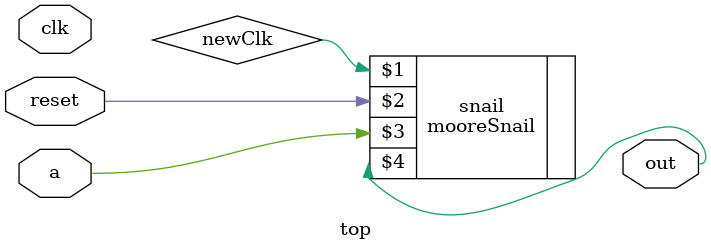
<source format=sv>
`timescale 1ns / 1ps

module top( input  logic clk, reset,a,
                      output logic out

    );
    
    clockDivider clock(clk, 1 , newclock);
    mooreSnail snail(newClk, reset,a,out);
endmodule

</source>
